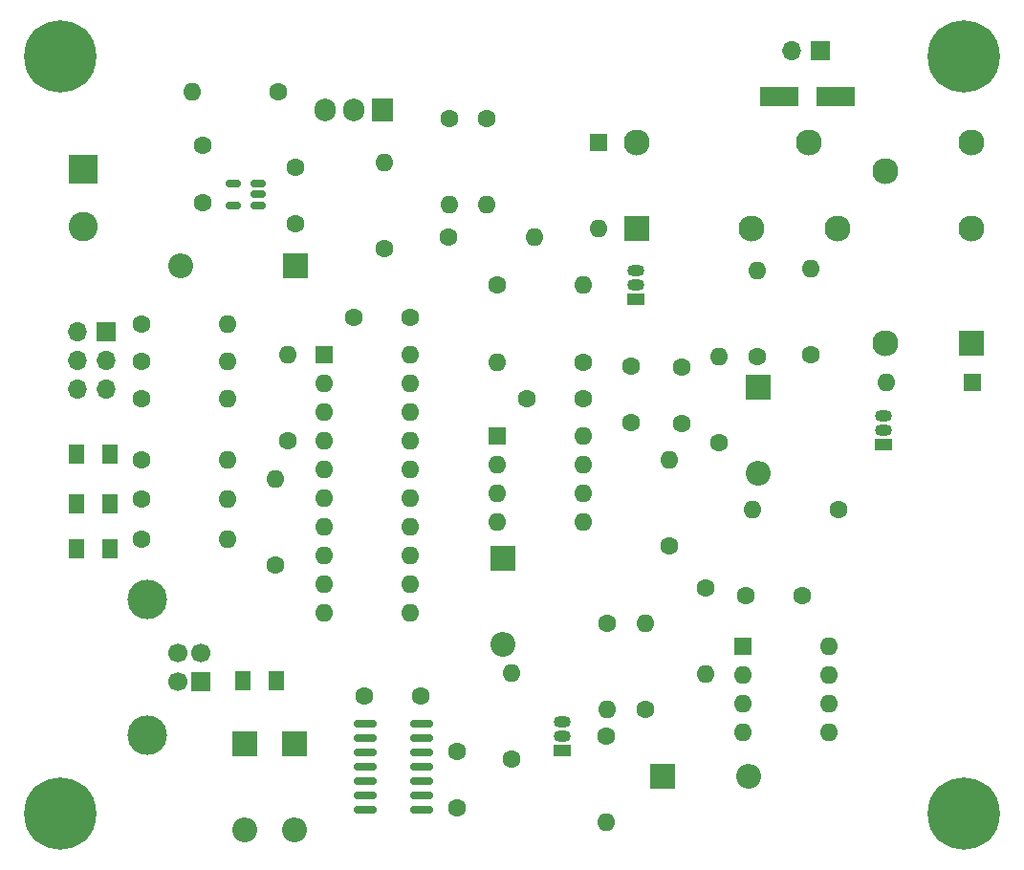
<source format=gbr>
%TF.GenerationSoftware,KiCad,Pcbnew,(6.0.0)*%
%TF.CreationDate,2022-04-10T16:10:43-06:00*%
%TF.ProjectId,USB_curve_tracer,5553425f-6375-4727-9665-5f7472616365,rev?*%
%TF.SameCoordinates,Original*%
%TF.FileFunction,Soldermask,Top*%
%TF.FilePolarity,Negative*%
%FSLAX46Y46*%
G04 Gerber Fmt 4.6, Leading zero omitted, Abs format (unit mm)*
G04 Created by KiCad (PCBNEW (6.0.0)) date 2022-04-10 16:10:43*
%MOMM*%
%LPD*%
G01*
G04 APERTURE LIST*
G04 Aperture macros list*
%AMRoundRect*
0 Rectangle with rounded corners*
0 $1 Rounding radius*
0 $2 $3 $4 $5 $6 $7 $8 $9 X,Y pos of 4 corners*
0 Add a 4 corners polygon primitive as box body*
4,1,4,$2,$3,$4,$5,$6,$7,$8,$9,$2,$3,0*
0 Add four circle primitives for the rounded corners*
1,1,$1+$1,$2,$3*
1,1,$1+$1,$4,$5*
1,1,$1+$1,$6,$7*
1,1,$1+$1,$8,$9*
0 Add four rect primitives between the rounded corners*
20,1,$1+$1,$2,$3,$4,$5,0*
20,1,$1+$1,$4,$5,$6,$7,0*
20,1,$1+$1,$6,$7,$8,$9,0*
20,1,$1+$1,$8,$9,$2,$3,0*%
G04 Aperture macros list end*
%ADD10R,1.905000X2.000000*%
%ADD11O,1.905000X2.000000*%
%ADD12O,1.500000X1.050000*%
%ADD13R,1.500000X1.050000*%
%ADD14C,0.800000*%
%ADD15C,6.400000*%
%ADD16C,1.600000*%
%ADD17O,1.600000X1.600000*%
%ADD18R,2.200000X2.200000*%
%ADD19O,2.200000X2.200000*%
%ADD20RoundRect,0.250001X-0.462499X-0.624999X0.462499X-0.624999X0.462499X0.624999X-0.462499X0.624999X0*%
%ADD21RoundRect,0.150000X-0.825000X-0.150000X0.825000X-0.150000X0.825000X0.150000X-0.825000X0.150000X0*%
%ADD22R,1.600000X1.600000*%
%ADD23R,2.300000X2.300000*%
%ADD24C,2.300000*%
%ADD25R,1.700000X1.700000*%
%ADD26O,1.700000X1.700000*%
%ADD27C,1.700000*%
%ADD28C,3.500000*%
%ADD29RoundRect,0.150000X0.512500X0.150000X-0.512500X0.150000X-0.512500X-0.150000X0.512500X-0.150000X0*%
%ADD30R,2.600000X2.600000*%
%ADD31C,2.600000*%
%ADD32R,3.500000X1.800000*%
G04 APERTURE END LIST*
D10*
%TO.C,Q3*%
X126180000Y-65020000D03*
D11*
X123640000Y-65020000D03*
X121100000Y-65020000D03*
%TD*%
D12*
%TO.C,Q2*%
X170560000Y-93400000D03*
X170560000Y-92130000D03*
D13*
X170560000Y-94670000D03*
%TD*%
D12*
%TO.C,Q1*%
X148660000Y-80500000D03*
X148660000Y-79230000D03*
D13*
X148660000Y-81770000D03*
%TD*%
D14*
%TO.C,H2*%
X179397056Y-58617944D03*
X177700000Y-62715000D03*
X176002944Y-58617944D03*
X180100000Y-60315000D03*
D15*
X177700000Y-60315000D03*
D14*
X176002944Y-62012056D03*
X177700000Y-57915000D03*
X175300000Y-60315000D03*
X179397056Y-62012056D03*
%TD*%
D16*
%TO.C,R6*%
X104890000Y-87315000D03*
D17*
X112510000Y-87315000D03*
%TD*%
D18*
%TO.C,D3*%
X114000000Y-121190000D03*
D19*
X114000000Y-128810000D03*
%TD*%
D20*
%TO.C,D5*%
X99112500Y-103920000D03*
X102087500Y-103920000D03*
%TD*%
D16*
%TO.C,R22*%
X132090000Y-76300000D03*
D17*
X139710000Y-76300000D03*
%TD*%
D21*
%TO.C,U2*%
X124705000Y-119410000D03*
X124705000Y-120680000D03*
X124705000Y-121950000D03*
X124705000Y-123220000D03*
X124705000Y-124490000D03*
X124705000Y-125760000D03*
X124705000Y-127030000D03*
X129655000Y-127030000D03*
X129655000Y-125760000D03*
X129655000Y-124490000D03*
X129655000Y-123220000D03*
X129655000Y-121950000D03*
X129655000Y-120680000D03*
X129655000Y-119410000D03*
%TD*%
D16*
%TO.C,R2*%
X146080000Y-110510000D03*
D17*
X146080000Y-118130000D03*
%TD*%
D22*
%TO.C,U8*%
X136380000Y-93920000D03*
D17*
X136380000Y-96460000D03*
X136380000Y-99000000D03*
X136380000Y-101540000D03*
X144000000Y-101540000D03*
X144000000Y-99000000D03*
X144000000Y-96460000D03*
X144000000Y-93920000D03*
%TD*%
D16*
%TO.C,R15*%
X166600000Y-100400000D03*
D17*
X158980000Y-100400000D03*
%TD*%
D16*
%TO.C,R4*%
X137600000Y-122525000D03*
D17*
X137600000Y-114905000D03*
%TD*%
D23*
%TO.C,K2*%
X178400000Y-85700000D03*
D24*
X178400000Y-75540000D03*
X178400000Y-67920000D03*
X170780000Y-70460000D03*
X170780000Y-85700000D03*
%TD*%
D16*
%TO.C,R13*%
X117000000Y-63415000D03*
D17*
X109380000Y-63415000D03*
%TD*%
D22*
%TO.C,D11*%
X145300000Y-67890000D03*
D17*
X145300000Y-75510000D03*
%TD*%
D16*
%TO.C,C10*%
X163400000Y-108015000D03*
X158400000Y-108015000D03*
%TD*%
D18*
%TO.C,D1*%
X118480000Y-78815000D03*
D19*
X108320000Y-78815000D03*
%TD*%
D20*
%TO.C,F1*%
X113812500Y-115615000D03*
X116787500Y-115615000D03*
%TD*%
D16*
%TO.C,C2*%
X132800000Y-121815000D03*
X132800000Y-126815000D03*
%TD*%
%TO.C,R29*%
X144000000Y-87415000D03*
D17*
X136380000Y-87415000D03*
%TD*%
D14*
%TO.C,H3*%
X99397056Y-125617944D03*
X96002944Y-129012056D03*
D15*
X97700000Y-127315000D03*
D14*
X99397056Y-129012056D03*
X95300000Y-127315000D03*
X100100000Y-127315000D03*
X97700000Y-124915000D03*
X96002944Y-125617944D03*
X97700000Y-129715000D03*
%TD*%
D16*
%TO.C,C3*%
X129600000Y-116915000D03*
X124600000Y-116915000D03*
%TD*%
%TO.C,R25*%
X164100000Y-86710000D03*
D17*
X164100000Y-79090000D03*
%TD*%
D16*
%TO.C,R14*%
X136390000Y-80500000D03*
D17*
X144010000Y-80500000D03*
%TD*%
D18*
%TO.C,D10*%
X159500000Y-89600000D03*
D19*
X159500000Y-97220000D03*
%TD*%
D16*
%TO.C,R8*%
X116700000Y-105325000D03*
D17*
X116700000Y-97705000D03*
%TD*%
D14*
%TO.C,H1*%
X100100000Y-60315000D03*
X99397056Y-58617944D03*
D15*
X97700000Y-60315000D03*
D14*
X97700000Y-57915000D03*
X96002944Y-62012056D03*
X96002944Y-58617944D03*
X95300000Y-60315000D03*
X97700000Y-62715000D03*
X99397056Y-62012056D03*
%TD*%
D13*
%TO.C,U1*%
X142140000Y-121790000D03*
D12*
X142140000Y-120520000D03*
X142140000Y-119250000D03*
%TD*%
D16*
%TO.C,R10*%
X104890000Y-103020000D03*
D17*
X112510000Y-103020000D03*
%TD*%
D23*
%TO.C,K1*%
X148700000Y-75500000D03*
D24*
X158860000Y-75500000D03*
X166480000Y-75500000D03*
X163940000Y-67880000D03*
X148700000Y-67880000D03*
%TD*%
D25*
%TO.C,J2*%
X101700000Y-84720000D03*
D26*
X99160000Y-84720000D03*
X101700000Y-87260000D03*
X99160000Y-87260000D03*
X101700000Y-89800000D03*
X99160000Y-89800000D03*
%TD*%
D25*
%TO.C,J3*%
X110080000Y-115670000D03*
D27*
X110080000Y-113170000D03*
X108080000Y-113170000D03*
X108080000Y-115670000D03*
D28*
X105370000Y-120440000D03*
X105370000Y-108400000D03*
%TD*%
D22*
%TO.C,U7*%
X158100000Y-112515000D03*
D17*
X158100000Y-115055000D03*
X158100000Y-117595000D03*
X158100000Y-120135000D03*
X165720000Y-120135000D03*
X165720000Y-117595000D03*
X165720000Y-115055000D03*
X165720000Y-112515000D03*
%TD*%
D16*
%TO.C,C11*%
X152700000Y-92800000D03*
X152700000Y-87800000D03*
%TD*%
%TO.C,R28*%
X156000000Y-94510000D03*
D17*
X156000000Y-86890000D03*
%TD*%
D18*
%TO.C,D4*%
X151050000Y-124015000D03*
D19*
X158670000Y-124015000D03*
%TD*%
D16*
%TO.C,R3*%
X145980000Y-120520000D03*
D17*
X145980000Y-128140000D03*
%TD*%
D16*
%TO.C,R24*%
X154800000Y-107405000D03*
D17*
X154800000Y-115025000D03*
%TD*%
D18*
%TO.C,D2*%
X118400000Y-121190000D03*
D19*
X118400000Y-128810000D03*
%TD*%
D16*
%TO.C,C1*%
X118500000Y-70115000D03*
X118500000Y-75115000D03*
%TD*%
D22*
%TO.C,U3*%
X121080000Y-86695000D03*
D17*
X121080000Y-89235000D03*
X121080000Y-91775000D03*
X121080000Y-94315000D03*
X121080000Y-96855000D03*
X121080000Y-99395000D03*
X121080000Y-101935000D03*
X121080000Y-104475000D03*
X121080000Y-107015000D03*
X121080000Y-109555000D03*
X128700000Y-109555000D03*
X128700000Y-107015000D03*
X128700000Y-104475000D03*
X128700000Y-101935000D03*
X128700000Y-99395000D03*
X128700000Y-96855000D03*
X128700000Y-94315000D03*
X128700000Y-91775000D03*
X128700000Y-89235000D03*
X128700000Y-86695000D03*
%TD*%
D16*
%TO.C,R27*%
X151600000Y-103625000D03*
D17*
X151600000Y-96005000D03*
%TD*%
D16*
%TO.C,R9*%
X117800000Y-94325000D03*
D17*
X117800000Y-86705000D03*
%TD*%
D16*
%TO.C,R1*%
X149480000Y-118130000D03*
D17*
X149480000Y-110510000D03*
%TD*%
D25*
%TO.C,J4*%
X164950000Y-59825000D03*
D26*
X162410000Y-59825000D03*
%TD*%
D16*
%TO.C,R5*%
X104900000Y-84015000D03*
D17*
X112520000Y-84015000D03*
%TD*%
D29*
%TO.C,U5*%
X115237500Y-73465000D03*
X115237500Y-72515000D03*
X115237500Y-71565000D03*
X112962500Y-71565000D03*
X112962500Y-73465000D03*
%TD*%
D14*
%TO.C,H4*%
X175300000Y-127315000D03*
X177700000Y-124915000D03*
X180100000Y-127315000D03*
X176002944Y-129012056D03*
X179397056Y-125617944D03*
D15*
X177700000Y-127315000D03*
D14*
X176002944Y-125617944D03*
X177700000Y-129715000D03*
X179397056Y-129012056D03*
%TD*%
D16*
%TO.C,R16*%
X126400000Y-77325000D03*
D17*
X126400000Y-69705000D03*
%TD*%
D18*
%TO.C,D9*%
X136900000Y-104715000D03*
D19*
X136900000Y-112335000D03*
%TD*%
D22*
%TO.C,D12*%
X178410000Y-89200000D03*
D17*
X170790000Y-89200000D03*
%TD*%
D16*
%TO.C,C7*%
X110300000Y-68215000D03*
X110300000Y-73215000D03*
%TD*%
%TO.C,R11*%
X104890000Y-99520000D03*
D17*
X112510000Y-99520000D03*
%TD*%
D20*
%TO.C,D6*%
X99112500Y-99920000D03*
X102087500Y-99920000D03*
%TD*%
D16*
%TO.C,R26*%
X159400000Y-86910000D03*
D17*
X159400000Y-79290000D03*
%TD*%
D16*
%TO.C,C4*%
X123700000Y-83400000D03*
X128700000Y-83400000D03*
%TD*%
%TO.C,R12*%
X104890000Y-96020000D03*
D17*
X112510000Y-96020000D03*
%TD*%
D16*
%TO.C,R7*%
X104890000Y-90615000D03*
D17*
X112510000Y-90615000D03*
%TD*%
D30*
%TO.C,J1*%
X99700000Y-70315000D03*
D31*
X99700000Y-75395000D03*
%TD*%
D16*
%TO.C,C13*%
X143980000Y-90620000D03*
X138980000Y-90620000D03*
%TD*%
D20*
%TO.C,D7*%
X99112500Y-95520000D03*
X102087500Y-95520000D03*
%TD*%
D32*
%TO.C,D8*%
X161370000Y-63825000D03*
X166370000Y-63825000D03*
%TD*%
D16*
%TO.C,R18*%
X135400000Y-65790000D03*
D17*
X135400000Y-73410000D03*
%TD*%
D16*
%TO.C,C12*%
X148200000Y-92715000D03*
X148200000Y-87715000D03*
%TD*%
%TO.C,R19*%
X132100000Y-65790000D03*
D17*
X132100000Y-73410000D03*
%TD*%
M02*

</source>
